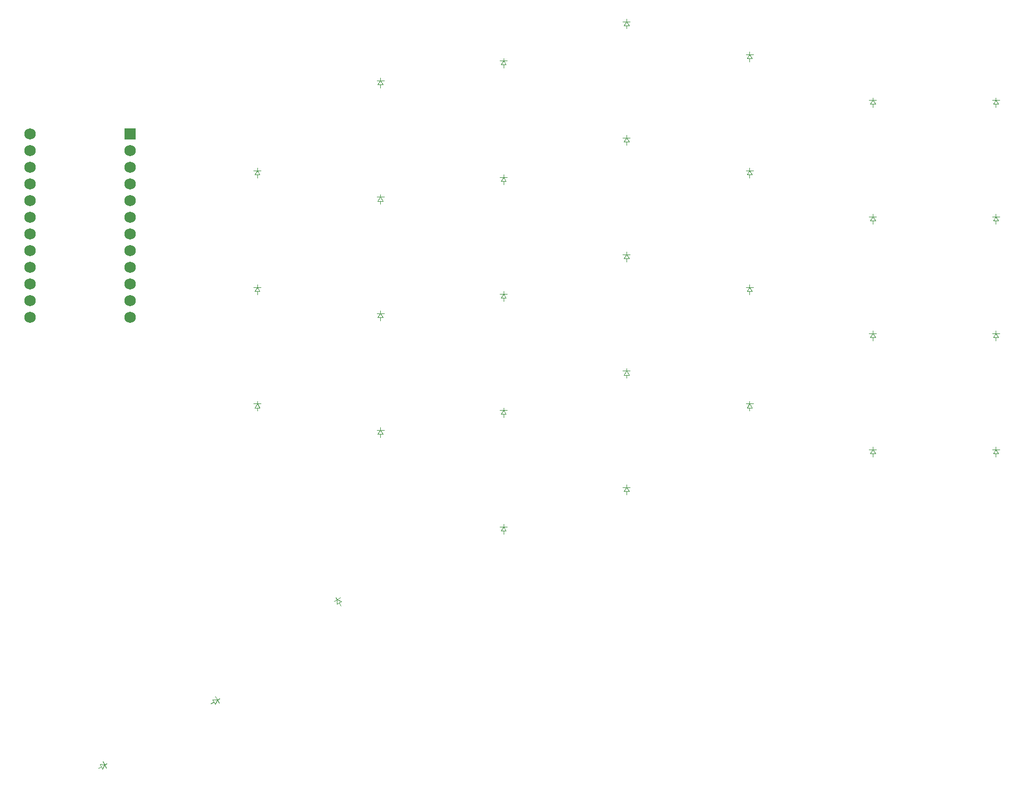
<source format=gbr>
%TF.GenerationSoftware,KiCad,Pcbnew,9.0.7*%
%TF.CreationDate,2026-01-28T22:47:06+01:00*%
%TF.ProjectId,board_right_finished,626f6172-645f-4726-9967-68745f66696e,v1.0.0*%
%TF.SameCoordinates,Original*%
%TF.FileFunction,Legend,Bot*%
%TF.FilePolarity,Positive*%
%FSLAX46Y46*%
G04 Gerber Fmt 4.6, Leading zero omitted, Abs format (unit mm)*
G04 Created by KiCad (PCBNEW 9.0.7) date 2026-01-28 22:47:06*
%MOMM*%
%LPD*%
G01*
G04 APERTURE LIST*
%ADD10C,0.100000*%
%ADD11R,1.752600X1.752600*%
%ADD12C,1.752600*%
G04 APERTURE END LIST*
D10*
%TO.C,D12*%
X235621500Y-75650000D02*
X236021500Y-75050000D01*
X236021500Y-74650000D02*
X236021500Y-75050000D01*
X236021500Y-75050000D02*
X235471500Y-75050000D01*
X236021500Y-75050000D02*
X236421500Y-75650000D01*
X236021500Y-75050000D02*
X236571500Y-75050000D01*
X236021500Y-75650000D02*
X236021500Y-76150000D01*
X236421500Y-75650000D02*
X235621500Y-75650000D01*
%TO.C,D21*%
X198121500Y-94400000D02*
X198521500Y-93800000D01*
X198521500Y-93400000D02*
X198521500Y-93800000D01*
X198521500Y-93800000D02*
X197971500Y-93800000D01*
X198521500Y-93800000D02*
X198921500Y-94400000D01*
X198521500Y-93800000D02*
X199071500Y-93800000D01*
X198521500Y-94400000D02*
X198521500Y-94900000D01*
X198921500Y-94400000D02*
X198121500Y-94400000D01*
%TO.C,D20*%
X198121500Y-112150000D02*
X198521500Y-111550000D01*
X198521500Y-111150000D02*
X198521500Y-111550000D01*
X198521500Y-111550000D02*
X197971500Y-111550000D01*
X198521500Y-111550000D02*
X198921500Y-112150000D01*
X198521500Y-111550000D02*
X199071500Y-111550000D01*
X198521500Y-112150000D02*
X198521500Y-112650000D01*
X198921500Y-112150000D02*
X198121500Y-112150000D01*
%TO.C,D29*%
X160621500Y-93400000D02*
X161021500Y-92800000D01*
X161021500Y-92400000D02*
X161021500Y-92800000D01*
X161021500Y-92800000D02*
X160471500Y-92800000D01*
X161021500Y-92800000D02*
X161421500Y-93400000D01*
X161021500Y-92800000D02*
X161571500Y-92800000D01*
X161021500Y-93400000D02*
X161021500Y-93900000D01*
X161421500Y-93400000D02*
X160621500Y-93400000D01*
%TO.C,D18*%
X198121500Y-147650000D02*
X198521500Y-147050000D01*
X198521500Y-146650000D02*
X198521500Y-147050000D01*
X198521500Y-147050000D02*
X197971500Y-147050000D01*
X198521500Y-147050000D02*
X198921500Y-147650000D01*
X198521500Y-147050000D02*
X199071500Y-147050000D01*
X198521500Y-147650000D02*
X198521500Y-148150000D01*
X198921500Y-147650000D02*
X198121500Y-147650000D01*
%TO.C,D10*%
X235621500Y-111150000D02*
X236021500Y-110550000D01*
X236021500Y-110150000D02*
X236021500Y-110550000D01*
X236021500Y-110550000D02*
X235471500Y-110550000D01*
X236021500Y-110550000D02*
X236421500Y-111150000D01*
X236021500Y-110550000D02*
X236571500Y-110550000D01*
X236021500Y-111150000D02*
X236021500Y-111650000D01*
X236421500Y-111150000D02*
X235621500Y-111150000D01*
%TO.C,D9*%
X235621500Y-128900000D02*
X236021500Y-128300000D01*
X236021500Y-127900000D02*
X236021500Y-128300000D01*
X236021500Y-128300000D02*
X235471500Y-128300000D01*
X236021500Y-128300000D02*
X236421500Y-128900000D01*
X236021500Y-128300000D02*
X236571500Y-128300000D01*
X236021500Y-128900000D02*
X236021500Y-129400000D01*
X236421500Y-128900000D02*
X235621500Y-128900000D01*
%TO.C,D7*%
X254371500Y-100400000D02*
X254771500Y-99800000D01*
X254771500Y-99400000D02*
X254771500Y-99800000D01*
X254771500Y-99800000D02*
X254221500Y-99800000D01*
X254771500Y-99800000D02*
X255171500Y-100400000D01*
X254771500Y-99800000D02*
X255321500Y-99800000D01*
X254771500Y-100400000D02*
X254771500Y-100900000D01*
X255171500Y-100400000D02*
X254371500Y-100400000D01*
%TO.C,D4*%
X273121500Y-82650000D02*
X273521500Y-82050000D01*
X273521500Y-81650000D02*
X273521500Y-82050000D01*
X273521500Y-82050000D02*
X272971500Y-82050000D01*
X273521500Y-82050000D02*
X273921500Y-82650000D01*
X273521500Y-82050000D02*
X274071500Y-82050000D01*
X273521500Y-82650000D02*
X273521500Y-83150000D01*
X273921500Y-82650000D02*
X273121500Y-82650000D01*
%TO.C,D27*%
X160621500Y-128900000D02*
X161021500Y-128300000D01*
X161021500Y-127900000D02*
X161021500Y-128300000D01*
X161021500Y-128300000D02*
X160471500Y-128300000D01*
X161021500Y-128300000D02*
X161421500Y-128900000D01*
X161021500Y-128300000D02*
X161571500Y-128300000D01*
X161021500Y-128900000D02*
X161021500Y-129400000D01*
X161421500Y-128900000D02*
X160621500Y-128900000D01*
%TO.C,D14*%
X216871500Y-123900000D02*
X217271500Y-123300000D01*
X217271500Y-122900000D02*
X217271500Y-123300000D01*
X217271500Y-123300000D02*
X216721500Y-123300000D01*
X217271500Y-123300000D02*
X217671500Y-123900000D01*
X217271500Y-123300000D02*
X217821500Y-123300000D01*
X217271500Y-123900000D02*
X217271500Y-124400000D01*
X217671500Y-123900000D02*
X216871500Y-123900000D01*
%TO.C,D25*%
X179371500Y-97400000D02*
X179771500Y-96800000D01*
X179771500Y-96400000D02*
X179771500Y-96800000D01*
X179771500Y-96800000D02*
X179221500Y-96800000D01*
X179771500Y-96800000D02*
X180171500Y-97400000D01*
X179771500Y-96800000D02*
X180321500Y-96800000D01*
X179771500Y-97400000D02*
X179771500Y-97900000D01*
X180171500Y-97400000D02*
X179371500Y-97400000D01*
%TO.C,D30*%
X172994600Y-157768381D02*
X173194600Y-158114791D01*
X173148190Y-158834406D02*
X173194600Y-158114791D01*
X173194600Y-158114791D02*
X172718286Y-158389791D01*
X173194600Y-158114791D02*
X173670914Y-157839791D01*
X173194600Y-158114791D02*
X173841010Y-158434406D01*
X173494600Y-158634406D02*
X173744600Y-159067419D01*
X173841010Y-158434406D02*
X173148190Y-158834406D01*
%TO.C,D24*%
X179371500Y-115150000D02*
X179771500Y-114550000D01*
X179771500Y-114150000D02*
X179771500Y-114550000D01*
X179771500Y-114550000D02*
X179221500Y-114550000D01*
X179771500Y-114550000D02*
X180171500Y-115150000D01*
X179771500Y-114550000D02*
X180321500Y-114550000D01*
X179771500Y-115150000D02*
X179771500Y-115650000D01*
X180171500Y-115150000D02*
X179371500Y-115150000D01*
%TO.C,D11*%
X235621500Y-93400000D02*
X236021500Y-92800000D01*
X236021500Y-92400000D02*
X236021500Y-92800000D01*
X236021500Y-92800000D02*
X235471500Y-92800000D01*
X236021500Y-92800000D02*
X236421500Y-93400000D01*
X236021500Y-92800000D02*
X236571500Y-92800000D01*
X236021500Y-93400000D02*
X236021500Y-93900000D01*
X236421500Y-93400000D02*
X235621500Y-93400000D01*
%TO.C,D13*%
X216871500Y-141650000D02*
X217271500Y-141050000D01*
X217271500Y-140650000D02*
X217271500Y-141050000D01*
X217271500Y-141050000D02*
X216721500Y-141050000D01*
X217271500Y-141050000D02*
X217671500Y-141650000D01*
X217271500Y-141050000D02*
X217821500Y-141050000D01*
X217271500Y-141650000D02*
X217271500Y-142150000D01*
X217671500Y-141650000D02*
X216871500Y-141650000D01*
%TO.C,D6*%
X254371500Y-118150000D02*
X254771500Y-117550000D01*
X254771500Y-117150000D02*
X254771500Y-117550000D01*
X254771500Y-117550000D02*
X254221500Y-117550000D01*
X254771500Y-117550000D02*
X255171500Y-118150000D01*
X254771500Y-117550000D02*
X255321500Y-117550000D01*
X254771500Y-118150000D02*
X254771500Y-118650000D01*
X255171500Y-118150000D02*
X254371500Y-118150000D01*
%TO.C,D32*%
X137069394Y-183244090D02*
X137789009Y-183290500D01*
X137269394Y-183590500D02*
X136836381Y-183840500D01*
X137469394Y-183936910D02*
X137069394Y-183244090D01*
X137789009Y-183290500D02*
X137469394Y-183936910D01*
X137789009Y-183290500D02*
X137514009Y-182814186D01*
X137789009Y-183290500D02*
X138064009Y-183766814D01*
X138135419Y-183090500D02*
X137789009Y-183290500D01*
%TO.C,D22*%
X198121500Y-76650000D02*
X198521500Y-76050000D01*
X198521500Y-75650000D02*
X198521500Y-76050000D01*
X198521500Y-76050000D02*
X197971500Y-76050000D01*
X198521500Y-76050000D02*
X198921500Y-76650000D01*
X198521500Y-76050000D02*
X199071500Y-76050000D01*
X198521500Y-76650000D02*
X198521500Y-77150000D01*
X198921500Y-76650000D02*
X198121500Y-76650000D01*
%TO.C,D5*%
X254371500Y-135900000D02*
X254771500Y-135300000D01*
X254771500Y-134900000D02*
X254771500Y-135300000D01*
X254771500Y-135300000D02*
X254221500Y-135300000D01*
X254771500Y-135300000D02*
X255171500Y-135900000D01*
X254771500Y-135300000D02*
X255321500Y-135300000D01*
X254771500Y-135900000D02*
X254771500Y-136400000D01*
X255171500Y-135900000D02*
X254371500Y-135900000D01*
%TO.C,D3*%
X273121500Y-100400000D02*
X273521500Y-99800000D01*
X273521500Y-99400000D02*
X273521500Y-99800000D01*
X273521500Y-99800000D02*
X272971500Y-99800000D01*
X273521500Y-99800000D02*
X273921500Y-100400000D01*
X273521500Y-99800000D02*
X274071500Y-99800000D01*
X273521500Y-100400000D02*
X273521500Y-100900000D01*
X273921500Y-100400000D02*
X273121500Y-100400000D01*
%TO.C,D15*%
X216871500Y-106150000D02*
X217271500Y-105550000D01*
X217271500Y-105150000D02*
X217271500Y-105550000D01*
X217271500Y-105550000D02*
X216721500Y-105550000D01*
X217271500Y-105550000D02*
X217671500Y-106150000D01*
X217271500Y-105550000D02*
X217821500Y-105550000D01*
X217271500Y-106150000D02*
X217271500Y-106650000D01*
X217671500Y-106150000D02*
X216871500Y-106150000D01*
%TO.C,D23*%
X179371500Y-132900000D02*
X179771500Y-132300000D01*
X179771500Y-131900000D02*
X179771500Y-132300000D01*
X179771500Y-132300000D02*
X179221500Y-132300000D01*
X179771500Y-132300000D02*
X180171500Y-132900000D01*
X179771500Y-132300000D02*
X180321500Y-132300000D01*
X179771500Y-132900000D02*
X179771500Y-133400000D01*
X180171500Y-132900000D02*
X179371500Y-132900000D01*
%TO.C,D19*%
X198121500Y-129900000D02*
X198521500Y-129300000D01*
X198521500Y-128900000D02*
X198521500Y-129300000D01*
X198521500Y-129300000D02*
X197971500Y-129300000D01*
X198521500Y-129300000D02*
X198921500Y-129900000D01*
X198521500Y-129300000D02*
X199071500Y-129300000D01*
X198521500Y-129900000D02*
X198521500Y-130400000D01*
X198921500Y-129900000D02*
X198121500Y-129900000D01*
%TO.C,D26*%
X179371500Y-79650000D02*
X179771500Y-79050000D01*
X179771500Y-78650000D02*
X179771500Y-79050000D01*
X179771500Y-79050000D02*
X179221500Y-79050000D01*
X179771500Y-79050000D02*
X180171500Y-79650000D01*
X179771500Y-79050000D02*
X180321500Y-79050000D01*
X179771500Y-79650000D02*
X179771500Y-80150000D01*
X180171500Y-79650000D02*
X179371500Y-79650000D01*
%TO.C,D31*%
X154216694Y-173344090D02*
X154936309Y-173390500D01*
X154416694Y-173690500D02*
X153983681Y-173940500D01*
X154616694Y-174036910D02*
X154216694Y-173344090D01*
X154936309Y-173390500D02*
X154616694Y-174036910D01*
X154936309Y-173390500D02*
X154661309Y-172914186D01*
X154936309Y-173390500D02*
X155211309Y-173866814D01*
X155282719Y-173190500D02*
X154936309Y-173390500D01*
%TO.C,D28*%
X160621500Y-111150000D02*
X161021500Y-110550000D01*
X161021500Y-110150000D02*
X161021500Y-110550000D01*
X161021500Y-110550000D02*
X160471500Y-110550000D01*
X161021500Y-110550000D02*
X161421500Y-111150000D01*
X161021500Y-110550000D02*
X161571500Y-110550000D01*
X161021500Y-111150000D02*
X161021500Y-111650000D01*
X161421500Y-111150000D02*
X160621500Y-111150000D01*
%TO.C,D8*%
X254371500Y-82650000D02*
X254771500Y-82050000D01*
X254771500Y-81650000D02*
X254771500Y-82050000D01*
X254771500Y-82050000D02*
X254221500Y-82050000D01*
X254771500Y-82050000D02*
X255171500Y-82650000D01*
X254771500Y-82050000D02*
X255321500Y-82050000D01*
X254771500Y-82650000D02*
X254771500Y-83150000D01*
X255171500Y-82650000D02*
X254371500Y-82650000D01*
%TO.C,D16*%
X216871500Y-88400000D02*
X217271500Y-87800000D01*
X217271500Y-87400000D02*
X217271500Y-87800000D01*
X217271500Y-87800000D02*
X216721500Y-87800000D01*
X217271500Y-87800000D02*
X217671500Y-88400000D01*
X217271500Y-87800000D02*
X217821500Y-87800000D01*
X217271500Y-88400000D02*
X217271500Y-88900000D01*
X217671500Y-88400000D02*
X216871500Y-88400000D01*
%TO.C,D17*%
X216871500Y-70650000D02*
X217271500Y-70050000D01*
X217271500Y-69650000D02*
X217271500Y-70050000D01*
X217271500Y-70050000D02*
X216721500Y-70050000D01*
X217271500Y-70050000D02*
X217671500Y-70650000D01*
X217271500Y-70050000D02*
X217821500Y-70050000D01*
X217271500Y-70650000D02*
X217271500Y-71150000D01*
X217671500Y-70650000D02*
X216871500Y-70650000D01*
%TO.C,D1*%
X273121500Y-135900000D02*
X273521500Y-135300000D01*
X273521500Y-134900000D02*
X273521500Y-135300000D01*
X273521500Y-135300000D02*
X272971500Y-135300000D01*
X273521500Y-135300000D02*
X273921500Y-135900000D01*
X273521500Y-135300000D02*
X274071500Y-135300000D01*
X273521500Y-135900000D02*
X273521500Y-136400000D01*
X273921500Y-135900000D02*
X273121500Y-135900000D01*
%TO.C,D2*%
X273121500Y-118150000D02*
X273521500Y-117550000D01*
X273521500Y-117150000D02*
X273521500Y-117550000D01*
X273521500Y-117550000D02*
X272971500Y-117550000D01*
X273521500Y-117550000D02*
X273921500Y-118150000D01*
X273521500Y-117550000D02*
X274071500Y-117550000D01*
X273521500Y-118150000D02*
X273521500Y-118650000D01*
X273921500Y-118150000D02*
X273121500Y-118150000D01*
%TD*%
D11*
%TO.C,MCU1*%
X141686500Y-87180000D03*
D12*
X141686500Y-89720000D03*
X141686500Y-92260000D03*
X141686500Y-94800000D03*
X141686500Y-97340000D03*
X141686500Y-99880000D03*
X141686500Y-102420000D03*
X141686500Y-104960000D03*
X141686500Y-107500000D03*
X141686500Y-110040000D03*
X141686500Y-112580000D03*
X141686500Y-115120000D03*
X126446500Y-87180000D03*
X126446500Y-89720000D03*
X126446500Y-92260000D03*
X126446500Y-94800000D03*
X126446500Y-97340000D03*
X126446500Y-99880000D03*
X126446500Y-102420000D03*
X126446500Y-104960000D03*
X126446500Y-107500000D03*
X126446500Y-110040000D03*
X126446500Y-112580000D03*
X126446500Y-115120000D03*
%TD*%
M02*

</source>
